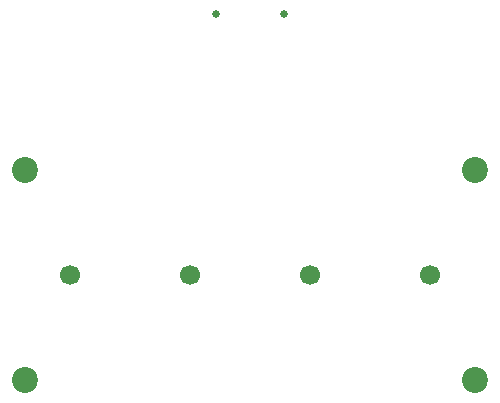
<source format=gbr>
%TF.GenerationSoftware,KiCad,Pcbnew,7.0.1*%
%TF.CreationDate,2023-05-11T20:00:59+01:00*%
%TF.ProjectId,MoonPad,4d6f6f6e-5061-4642-9e6b-696361645f70,rev?*%
%TF.SameCoordinates,Original*%
%TF.FileFunction,NonPlated,1,4,NPTH,Drill*%
%TF.FilePolarity,Positive*%
%FSLAX46Y46*%
G04 Gerber Fmt 4.6, Leading zero omitted, Abs format (unit mm)*
G04 Created by KiCad (PCBNEW 7.0.1) date 2023-05-11 20:00:59*
%MOMM*%
%LPD*%
G01*
G04 APERTURE LIST*
%TA.AperFunction,ComponentDrill*%
%ADD10C,0.650000*%
%TD*%
%TA.AperFunction,ComponentDrill*%
%ADD11C,1.700000*%
%TD*%
%TA.AperFunction,ComponentDrill*%
%ADD12C,2.200000*%
%TD*%
G04 APERTURE END LIST*
D10*
%TO.C,J3*%
X174910000Y-83245000D03*
X180690000Y-83245000D03*
D11*
%TO.C,X*%
X162560000Y-105410000D03*
X172720000Y-105410000D03*
%TO.C,Z*%
X182880000Y-105410000D03*
X193040000Y-105410000D03*
D12*
%TO.C,H1*%
X158750000Y-96520000D03*
%TO.C,H3*%
X158750000Y-114300000D03*
%TO.C,H2*%
X196850000Y-96520000D03*
%TO.C,H4*%
X196850000Y-114300000D03*
M02*

</source>
